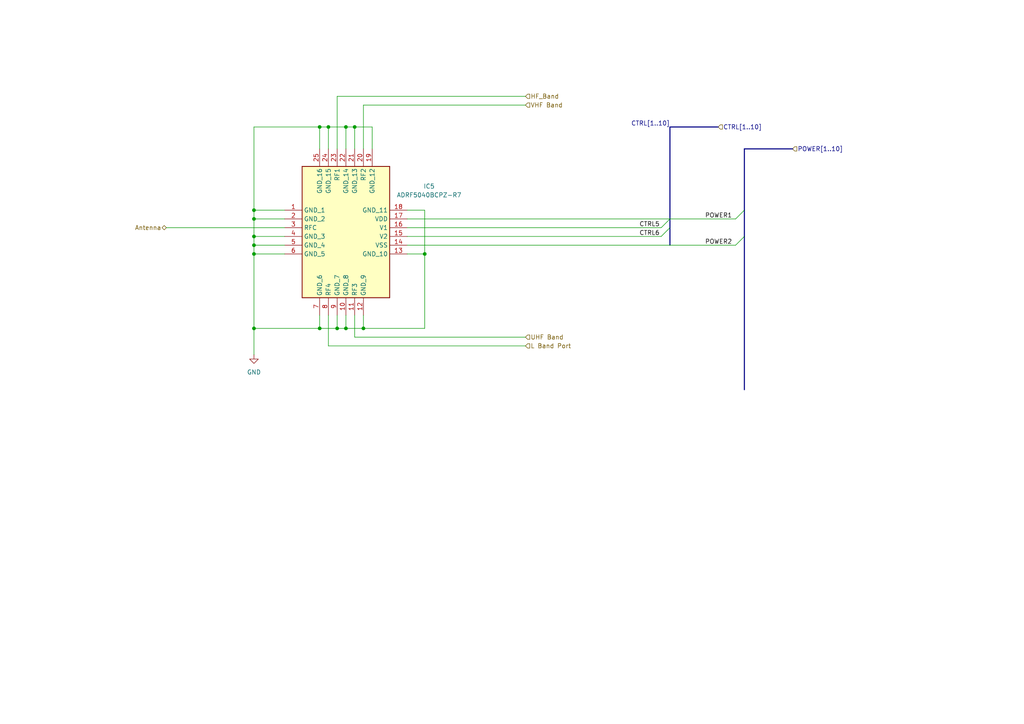
<source format=kicad_sch>
(kicad_sch (version 20230121) (generator eeschema)
  (paper "A4")
  (title_block (title "PLUTO RF Front-End Card") (rev " 001") (company "Steves Custom Computers"))
  (lib_symbols
    (symbol "Mouser:ADRF5040BCPZ-R7"
      (property "Reference" "IC" (at 31.75 17.78 0))
      (property "Value" "ADRF5040BCPZ-R7" (at 31.75 15.24 0))
      (symbol "ADRF5040BCPZ-R7_1_1"
        (rectangle (start 5.08 12.7) (end 30.48 -25.4) (stroke (width 0.254)) (fill (type background)))
        (pin passive line (at 0 0 0) (length 5.08) (name "GND_1") (number "1"))
        (pin passive line (at 17.78 -30.48 90) (length 5.08) (name "GND_8") (number "10"))
        (pin passive line (at 20.32 -30.48 90) (length 5.08) (name "RF3") (number "11"))
        (pin passive line (at 22.86 -30.48 90) (length 5.08) (name "GND_9") (number "12"))
        (pin passive line (at 35.56 -12.7 180) (length 5.08) (name "GND_10") (number "13"))
        (pin passive line (at 35.56 -10.16 180) (length 5.08) (name "VSS") (number "14"))
        (pin passive line (at 35.56 -7.62 180) (length 5.08) (name "V2") (number "15"))
        (pin passive line (at 35.56 -5.08 180) (length 5.08) (name "V1") (number "16"))
        (pin passive line (at 35.56 -2.54 180) (length 5.08) (name "VDD") (number "17"))
        (pin passive line (at 35.56 0 180) (length 5.08) (name "GND_11") (number "18"))
        (pin passive line (at 25.4 17.78 270) (length 5.08) (name "GND_12") (number "19"))
        (pin passive line (at 0 -2.54 0) (length 5.08) (name "GND_2") (number "2"))
        (pin passive line (at 22.86 17.78 270) (length 5.08) (name "RF2") (number "20"))
        (pin passive line (at 20.32 17.78 270) (length 5.08) (name "GND_13") (number "21"))
        (pin passive line (at 17.78 17.78 270) (length 5.08) (name "GND_14") (number "22"))
        (pin passive line (at 15.24 17.78 270) (length 5.08) (name "RF1") (number "23"))
        (pin passive line (at 12.7 17.78 270) (length 5.08) (name "GND_15") (number "24"))
        (pin passive line (at 10.16 17.78 270) (length 5.08) (name "GND_16") (number "25"))
        (pin passive line (at 0 -5.08 0) (length 5.08) (name "RFC") (number "3"))
        (pin passive line (at 0 -7.62 0) (length 5.08) (name "GND_3") (number "4"))
        (pin passive line (at 0 -10.16 0) (length 5.08) (name "GND_4") (number "5"))
        (pin passive line (at 0 -12.7 0) (length 5.08) (name "GND_5") (number "6"))
        (pin passive line (at 10.16 -30.48 90) (length 5.08) (name "GND_6") (number "7"))
        (pin passive line (at 12.7 -30.48 90) (length 5.08) (name "RF4") (number "8"))
        (pin passive line (at 15.24 -30.48 90) (length 5.08) (name "GND_7") (number "9"))
      )
    )
    (symbol "power:GND" (power) (pin_names (offset 0))
      (property "Value" "GND" (at 0 -3.81 0))
      (symbol "GND_0_1"
        (polyline (pts (xy 0 0) (xy 0 -1.27) (xy 1.27 -1.27) (xy 0 -2.54) (xy -1.27 -1.27) (xy 0 -1.27)))
      )
      (symbol "GND_1_1"
        (pin power_in line (at 0 0 270) (length 0) hide (name "GND") (number "1"))
      )
    )
  )
  (junction (at 73.66 71.12))
  (junction (at 102.87 36.83))
  (junction (at 73.66 95.25))
  (junction (at 73.66 63.5))
  (junction (at 92.71 95.25))
  (junction (at 123.19 73.66))
  (junction (at 105.41 95.25))
  (junction (at 73.66 68.58))
  (junction (at 92.71 36.83))
  (junction (at 97.79 95.25))
  (junction (at 73.66 60.96))
  (junction (at 95.25 36.83))
  (junction (at 100.33 36.83))
  (junction (at 100.33 95.25))
  (junction (at 73.66 73.66))
  (bus_entry (at 194.31 63.5) (size -2.54 2.54))
  (bus_entry (at 215.9 68.58) (size -2.54 2.54))
  (bus_entry (at 215.9 60.96) (size -2.54 2.54))
  (bus_entry (at 194.31 66.04) (size -2.54 2.54))
  (bus (pts (xy 194.31 66.04) (xy 194.31 71.12)))
  (wire (pts (xy 118.11 68.58) (xy 191.77 68.58)))
  (wire (pts (xy 73.66 68.58) (xy 73.66 71.12)))
  (wire (pts (xy 100.33 36.83) (xy 95.25 36.83)))
  (wire (pts (xy 82.55 68.58) (xy 73.66 68.58)))
  (bus (pts (xy 215.9 43.18) (xy 215.9 60.96)))
  (wire (pts (xy 73.66 71.12) (xy 73.66 73.66)))
  (wire (pts (xy 92.71 36.83) (xy 92.71 43.18)))
  (wire (pts (xy 73.66 60.96) (xy 73.66 63.5)))
  (wire (pts (xy 73.66 95.25) (xy 73.66 102.87)))
  (wire (pts (xy 152.4 30.48) (xy 105.41 30.48)))
  (wire (pts (xy 95.25 36.83) (xy 92.71 36.83)))
  (wire (pts (xy 105.41 91.44) (xy 105.41 95.25)))
  (wire (pts (xy 95.25 91.44) (xy 95.25 100.33)))
  (wire (pts (xy 100.33 36.83) (xy 100.33 43.18)))
  (wire (pts (xy 105.41 95.25) (xy 123.19 95.25)))
  (wire (pts (xy 73.66 95.25) (xy 92.71 95.25)))
  (wire (pts (xy 118.11 73.66) (xy 123.19 73.66)))
  (wire (pts (xy 73.66 73.66) (xy 73.66 95.25)))
  (wire (pts (xy 107.95 43.18) (xy 107.95 36.83)))
  (wire (pts (xy 102.87 36.83) (xy 107.95 36.83)))
  (wire (pts (xy 118.11 66.04) (xy 191.77 66.04)))
  (wire (pts (xy 82.55 63.5) (xy 73.66 63.5)))
  (wire (pts (xy 118.11 60.96) (xy 123.19 60.96)))
  (wire (pts (xy 92.71 91.44) (xy 92.71 95.25)))
  (wire (pts (xy 82.55 66.04) (xy 48.26 66.04)))
  (wire (pts (xy 95.25 36.83) (xy 95.25 43.18)))
  (wire (pts (xy 97.79 27.94) (xy 152.4 27.94)))
  (bus (pts (xy 215.9 68.58) (xy 215.9 113.03)))
  (wire (pts (xy 92.71 36.83) (xy 73.66 36.83)))
  (bus (pts (xy 229.87 43.18) (xy 215.9 43.18)))
  (wire (pts (xy 194.31 63.5) (xy 213.36 63.5)))
  (wire (pts (xy 73.66 36.83) (xy 73.66 60.96)))
  (wire (pts (xy 97.79 95.25) (xy 100.33 95.25)))
  (wire (pts (xy 97.79 91.44) (xy 97.79 95.25)))
  (wire (pts (xy 92.71 95.25) (xy 97.79 95.25)))
  (wire (pts (xy 123.19 73.66) (xy 123.19 95.25)))
  (bus (pts (xy 194.31 36.83) (xy 194.31 63.5)))
  (wire (pts (xy 102.87 91.44) (xy 102.87 97.79)))
  (wire (pts (xy 97.79 43.18) (xy 97.79 27.94)))
  (wire (pts (xy 118.11 71.12) (xy 213.36 71.12)))
  (wire (pts (xy 100.33 95.25) (xy 105.41 95.25)))
  (bus (pts (xy 215.9 60.96) (xy 215.9 68.58)))
  (wire (pts (xy 82.55 73.66) (xy 73.66 73.66)))
  (wire (pts (xy 73.66 63.5) (xy 73.66 68.58)))
  (wire (pts (xy 102.87 97.79) (xy 152.4 97.79)))
  (bus (pts (xy 208.28 36.83) (xy 194.31 36.83)))
  (wire (pts (xy 100.33 91.44) (xy 100.33 95.25)))
  (wire (pts (xy 95.25 100.33) (xy 152.4 100.33)))
  (wire (pts (xy 123.19 60.96) (xy 123.19 73.66)))
  (wire (pts (xy 118.11 63.5) (xy 194.31 63.5)))
  (wire (pts (xy 105.41 30.48) (xy 105.41 43.18)))
  (wire (pts (xy 102.87 36.83) (xy 102.87 43.18)))
  (wire (pts (xy 100.33 36.83) (xy 102.87 36.83)))
  (wire (pts (xy 82.55 71.12) (xy 73.66 71.12)))
  (wire (pts (xy 82.55 60.96) (xy 73.66 60.96)))
  (bus (pts (xy 194.31 63.5) (xy 194.31 66.04)))
  (label "CTRL6" (at 185.42 68.58 0))
  (label "CTRL5" (at 185.42 66.04 0))
  (label "POWER1" (at 204.47 63.5 0))
  (label "CTRL[1..10]" (at 194.31 36.83 180))
  (label "POWER2" (at 204.47 71.12 0))
  (hierarchical_label "HF_Band" (shape input) (at 152.4 27.94 0))
  (hierarchical_label "Antenna" (shape bidirectional) (at 48.26 66.04 180))
  (hierarchical_label "VHF Band" (shape input) (at 152.4 30.48 0))
  (hierarchical_label "UHF Band" (shape input) (at 152.4 97.79 0))
  (hierarchical_label "L Band Port" (shape input) (at 152.4 100.33 0))
  (hierarchical_label "CTRL[1..10]" (shape input) (at 208.28 36.83 0))
  (hierarchical_label "POWER[1..10]" (shape input) (at 229.87 43.18 0))
  (symbol (lib_id "Mouser:ADRF5040BCPZ-R7") (at 82.55 60.96 0) (unit 1)
    (property "Reference" "IC5" (at 124.46 54.0319 0))
    (property "Value" "ADRF5040BCPZ-R7" (at 124.46 56.5719 0))
    (property "Footprint" "QFN50P400X400X90-25N-D" (effects hide))
    (property "Datasheet" "https://www.analog.com/media/en/technical-documentation/data-sheets/ADRF5040.pdf" (effects hide))
    (property "Height" "0.9" (effects hide))
    (property "Mouser Part Number" "584-ADRF5040BCPZ-R7" (effects hide))
    (property "Mouser Price/Stock" "https://www.mouser.co.uk/ProductDetail/Analog-Devices/ADRF5040BCPZ-R7?qs=cslStgdnz9M17HtiRyOlXQ%3D%3D" (effects hide))
    (property "Manufacturer_Name" "Analog Devices" (effects hide))
    (property "Manufacturer_Part_Number" "ADRF5040BCPZ-R7" (effects hide))
  )
  (symbol (lib_id "power:GND") (at 73.66 102.87 0) (unit 1)
    (property "Reference" "#PWR010" (effects hide))
    (property "Value" "GND" (at 73.66 107.95 0))
  )
)
</source>
